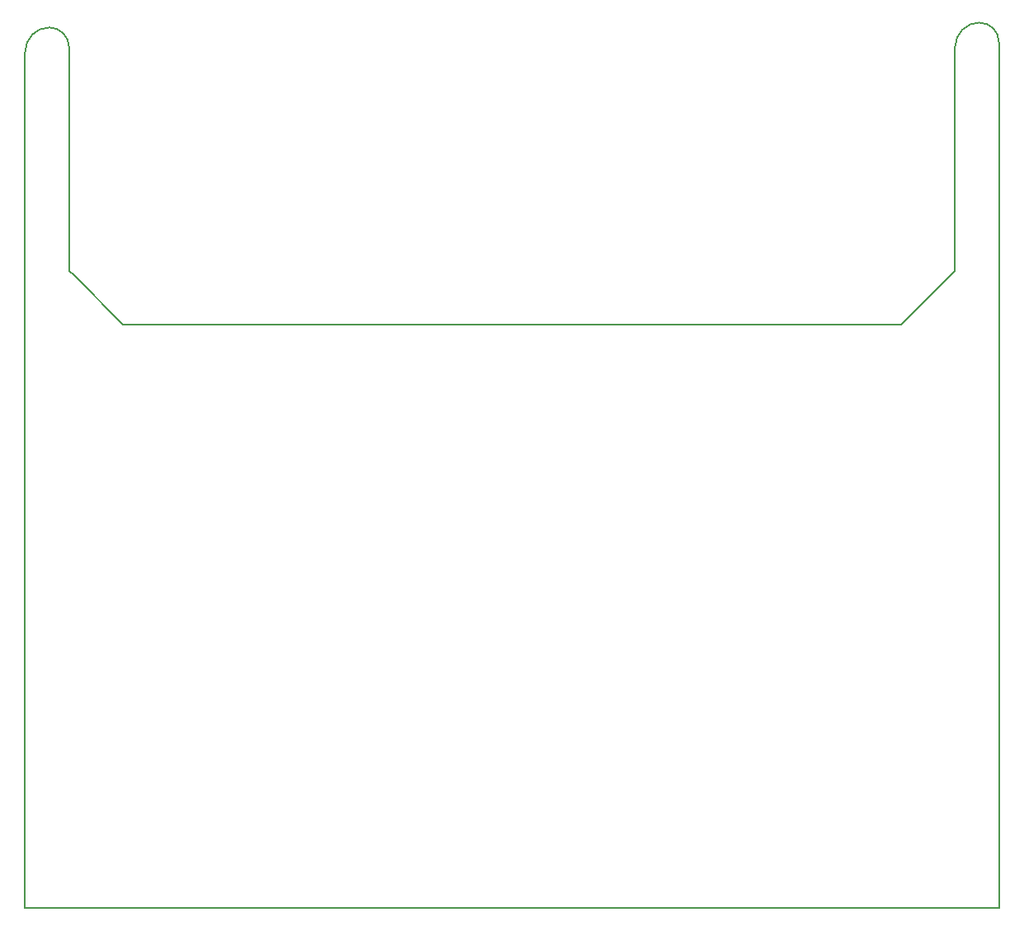
<source format=gm1>
G04 #@! TF.FileFunction,Profile,NP*
%FSLAX46Y46*%
G04 Gerber Fmt 4.6, Leading zero omitted, Abs format (unit mm)*
G04 Created by KiCad (PCBNEW 4.0.4-stable) date 2017 March 07, Tuesday 22:42:02*
%MOMM*%
%LPD*%
G01*
G04 APERTURE LIST*
%ADD10C,0.100000*%
%ADD11C,0.150000*%
G04 APERTURE END LIST*
D10*
D11*
X101868000Y-77660000D02*
X101368000Y-77160000D01*
X96868000Y-142660000D02*
X96868000Y-54660000D01*
X99368000Y-52160000D02*
G75*
G03X96868000Y-54660000I0J-2500000D01*
G01*
X101368000Y-54160000D02*
G75*
G03X99368000Y-52160000I-2000000J0D01*
G01*
X101368000Y-54160000D02*
X101368000Y-77160000D01*
X192368000Y-77160000D02*
X191868000Y-77660000D01*
X192368000Y-54160000D02*
X192368000Y-77160000D01*
X194868000Y-51660000D02*
G75*
G03X192368000Y-54160000I0J-2500000D01*
G01*
X196868000Y-53660000D02*
G75*
G03X194868000Y-51660000I-2000000J0D01*
G01*
X196868000Y-54660000D02*
X196868000Y-53660000D01*
X196868000Y-142660000D02*
X196868000Y-54660000D01*
X106868000Y-82660000D02*
X101868000Y-77660000D01*
X186868000Y-82660000D02*
X106868000Y-82660000D01*
X191868000Y-77660000D02*
X186868000Y-82660000D01*
X96868000Y-142660000D02*
X196868000Y-142660000D01*
M02*

</source>
